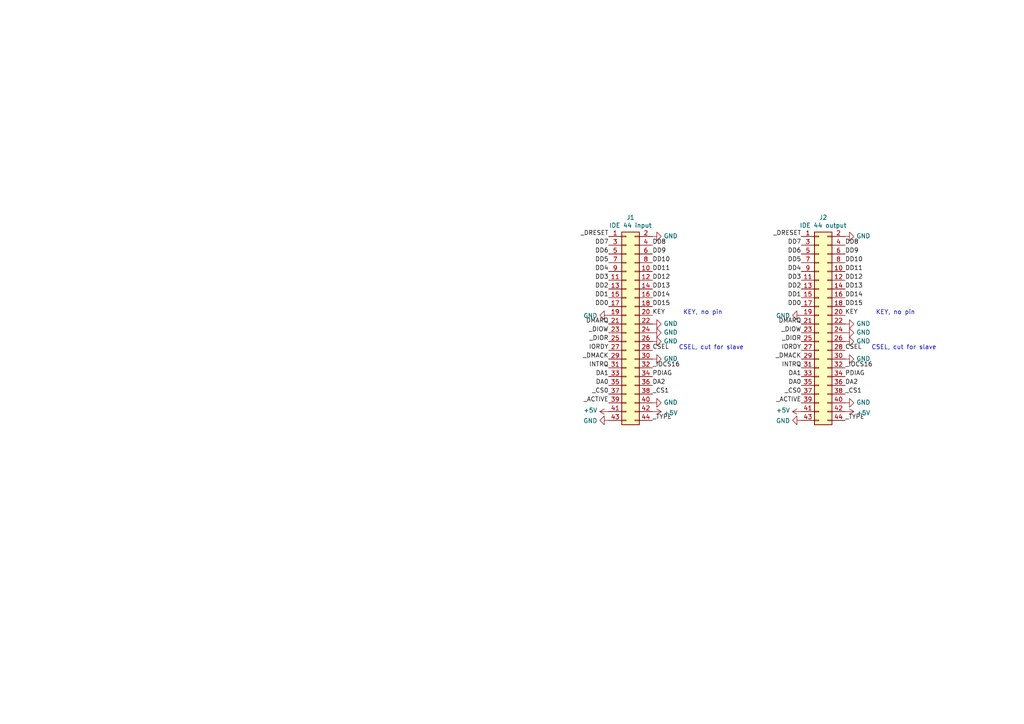
<source format=kicad_sch>
(kicad_sch (version 20211123) (generator eeschema)
  (paper "A4")
  (title_block (title "IDE44to44") (date "2020-05-07") (rev "0.1") (company "FLACO 2020") (comment 1 "male/male : Connect an IDE44 female device to an IDE44 ribbon") (comment 2 "female/female"))
  (lib_symbols
    (symbol "Connector_Generic:Conn_02x22_Odd_Even" (pin_names (offset 1.016) hide)
      (property "Reference" "J" (at 1.27 27.94 0))
      (property "Value" "Conn_02x22_Odd_Even" (at 1.27 -30.48 0))
      (symbol "Conn_02x22_Odd_Even_1_1"
        (rectangle (start -1.27 -27.813) (end 0 -28.067) (stroke (width 0.1524)))
        (rectangle (start -1.27 -25.273) (end 0 -25.527) (stroke (width 0.1524)))
        (rectangle (start -1.27 -22.733) (end 0 -22.987) (stroke (width 0.1524)))
        (rectangle (start -1.27 -20.193) (end 0 -20.447) (stroke (width 0.1524)))
        (rectangle (start -1.27 -17.653) (end 0 -17.907) (stroke (width 0.1524)))
        (rectangle (start -1.27 -15.113) (end 0 -15.367) (stroke (width 0.1524)))
        (rectangle (start -1.27 -12.573) (end 0 -12.827) (stroke (width 0.1524)))
        (rectangle (start -1.27 -10.033) (end 0 -10.287) (stroke (width 0.1524)))
        (rectangle (start -1.27 -7.493) (end 0 -7.747) (stroke (width 0.1524)))
        (rectangle (start -1.27 -4.953) (end 0 -5.207) (stroke (width 0.1524)))
        (rectangle (start -1.27 -2.413) (end 0 -2.667) (stroke (width 0.1524)))
        (rectangle (start -1.27 0.127) (end 0 -0.127) (stroke (width 0.1524)))
        (rectangle (start -1.27 2.667) (end 0 2.413) (stroke (width 0.1524)))
        (rectangle (start -1.27 5.207) (end 0 4.953) (stroke (width 0.1524)))
        (rectangle (start -1.27 7.747) (end 0 7.493) (stroke (width 0.1524)))
        (rectangle (start -1.27 10.287) (end 0 10.033) (stroke (width 0.1524)))
        (rectangle (start -1.27 12.827) (end 0 12.573) (stroke (width 0.1524)))
        (rectangle (start -1.27 15.367) (end 0 15.113) (stroke (width 0.1524)))
        (rectangle (start -1.27 17.907) (end 0 17.653) (stroke (width 0.1524)))
        (rectangle (start -1.27 20.447) (end 0 20.193) (stroke (width 0.1524)))
        (rectangle (start -1.27 22.987) (end 0 22.733) (stroke (width 0.1524)))
        (rectangle (start -1.27 25.527) (end 0 25.273) (stroke (width 0.1524)))
        (rectangle (start -1.27 26.67) (end 3.81 -29.21) (stroke (width 0.254)) (fill (type background)))
        (rectangle (start 3.81 -27.813) (end 2.54 -28.067) (stroke (width 0.1524)))
        (rectangle (start 3.81 -25.273) (end 2.54 -25.527) (stroke (width 0.1524)))
        (rectangle (start 3.81 -22.733) (end 2.54 -22.987) (stroke (width 0.1524)))
        (rectangle (start 3.81 -20.193) (end 2.54 -20.447) (stroke (width 0.1524)))
        (rectangle (start 3.81 -17.653) (end 2.54 -17.907) (stroke (width 0.1524)))
        (rectangle (start 3.81 -15.113) (end 2.54 -15.367) (stroke (width 0.1524)))
        (rectangle (start 3.81 -12.573) (end 2.54 -12.827) (stroke (width 0.1524)))
        (rectangle (start 3.81 -10.033) (end 2.54 -10.287) (stroke (width 0.1524)))
        (rectangle (start 3.81 -7.493) (end 2.54 -7.747) (stroke (width 0.1524)))
        (rectangle (start 3.81 -4.953) (end 2.54 -5.207) (stroke (width 0.1524)))
        (rectangle (start 3.81 -2.413) (end 2.54 -2.667) (stroke (width 0.1524)))
        (rectangle (start 3.81 0.127) (end 2.54 -0.127) (stroke (width 0.1524)))
        (rectangle (start 3.81 2.667) (end 2.54 2.413) (stroke (width 0.1524)))
        (rectangle (start 3.81 5.207) (end 2.54 4.953) (stroke (width 0.1524)))
        (rectangle (start 3.81 7.747) (end 2.54 7.493) (stroke (width 0.1524)))
        (rectangle (start 3.81 10.287) (end 2.54 10.033) (stroke (width 0.1524)))
        (rectangle (start 3.81 12.827) (end 2.54 12.573) (stroke (width 0.1524)))
        (rectangle (start 3.81 15.367) (end 2.54 15.113) (stroke (width 0.1524)))
        (rectangle (start 3.81 17.907) (end 2.54 17.653) (stroke (width 0.1524)))
        (rectangle (start 3.81 20.447) (end 2.54 20.193) (stroke (width 0.1524)))
        (rectangle (start 3.81 22.987) (end 2.54 22.733) (stroke (width 0.1524)))
        (rectangle (start 3.81 25.527) (end 2.54 25.273) (stroke (width 0.1524)))
        (pin passive line (at -5.08 25.4 0) (length 3.81) (name "Pin_1") (number "1"))
        (pin passive line (at 7.62 15.24 180) (length 3.81) (name "Pin_10") (number "10"))
        (pin passive line (at -5.08 12.7 0) (length 3.81) (name "Pin_11") (number "11"))
        (pin passive line (at 7.62 12.7 180) (length 3.81) (name "Pin_12") (number "12"))
        (pin passive line (at -5.08 10.16 0) (length 3.81) (name "Pin_13") (number "13"))
        (pin passive line (at 7.62 10.16 180) (length 3.81) (name "Pin_14") (number "14"))
        (pin passive line (at -5.08 7.62 0) (length 3.81) (name "Pin_15") (number "15"))
        (pin passive line (at 7.62 7.62 180) (length 3.81) (name "Pin_16") (number "16"))
        (pin passive line (at -5.08 5.08 0) (length 3.81) (name "Pin_17") (number "17"))
        (pin passive line (at 7.62 5.08 180) (length 3.81) (name "Pin_18") (number "18"))
        (pin passive line (at -5.08 2.54 0) (length 3.81) (name "Pin_19") (number "19"))
        (pin passive line (at 7.62 25.4 180) (length 3.81) (name "Pin_2") (number "2"))
        (pin passive line (at 7.62 2.54 180) (length 3.81) (name "Pin_20") (number "20"))
        (pin passive line (at -5.08 0 0) (length 3.81) (name "Pin_21") (number "21"))
        (pin passive line (at 7.62 0 180) (length 3.81) (name "Pin_22") (number "22"))
        (pin passive line (at -5.08 -2.54 0) (length 3.81) (name "Pin_23") (number "23"))
        (pin passive line (at 7.62 -2.54 180) (length 3.81) (name "Pin_24") (number "24"))
        (pin passive line (at -5.08 -5.08 0) (length 3.81) (name "Pin_25") (number "25"))
        (pin passive line (at 7.62 -5.08 180) (length 3.81) (name "Pin_26") (number "26"))
        (pin passive line (at -5.08 -7.62 0) (length 3.81) (name "Pin_27") (number "27"))
        (pin passive line (at 7.62 -7.62 180) (length 3.81) (name "Pin_28") (number "28"))
        (pin passive line (at -5.08 -10.16 0) (length 3.81) (name "Pin_29") (number "29"))
        (pin passive line (at -5.08 22.86 0) (length 3.81) (name "Pin_3") (number "3"))
        (pin passive line (at 7.62 -10.16 180) (length 3.81) (name "Pin_30") (number "30"))
        (pin passive line (at -5.08 -12.7 0) (length 3.81) (name "Pin_31") (number "31"))
        (pin passive line (at 7.62 -12.7 180) (length 3.81) (name "Pin_32") (number "32"))
        (pin passive line (at -5.08 -15.24 0) (length 3.81) (name "Pin_33") (number "33"))
        (pin passive line (at 7.62 -15.24 180) (length 3.81) (name "Pin_34") (number "34"))
        (pin passive line (at -5.08 -17.78 0) (length 3.81) (name "Pin_35") (number "35"))
        (pin passive line (at 7.62 -17.78 180) (length 3.81) (name "Pin_36") (number "36"))
        (pin passive line (at -5.08 -20.32 0) (length 3.81) (name "Pin_37") (number "37"))
        (pin passive line (at 7.62 -20.32 180) (length 3.81) (name "Pin_38") (number "38"))
        (pin passive line (at -5.08 -22.86 0) (length 3.81) (name "Pin_39") (number "39"))
        (pin passive line (at 7.62 22.86 180) (length 3.81) (name "Pin_4") (number "4"))
        (pin passive line (at 7.62 -22.86 180) (length 3.81) (name "Pin_40") (number "40"))
        (pin passive line (at -5.08 -25.4 0) (length 3.81) (name "Pin_41") (number "41"))
        (pin passive line (at 7.62 -25.4 180) (length 3.81) (name "Pin_42") (number "42"))
        (pin passive line (at -5.08 -27.94 0) (length 3.81) (name "Pin_43") (number "43"))
        (pin passive line (at 7.62 -27.94 180) (length 3.81) (name "Pin_44") (number "44"))
        (pin passive line (at -5.08 20.32 0) (length 3.81) (name "Pin_5") (number "5"))
        (pin passive line (at 7.62 20.32 180) (length 3.81) (name "Pin_6") (number "6"))
        (pin passive line (at -5.08 17.78 0) (length 3.81) (name "Pin_7") (number "7"))
        (pin passive line (at 7.62 17.78 180) (length 3.81) (name "Pin_8") (number "8"))
        (pin passive line (at -5.08 15.24 0) (length 3.81) (name "Pin_9") (number "9"))
      )
    )
    (symbol "power:+5V" (power) (pin_names (offset 0))
      (property "Value" "+5V" (at 0 3.556 0))
      (symbol "+5V_0_1"
        (polyline (pts (xy -0.762 1.27) (xy 0 2.54)))
        (polyline (pts (xy 0 0) (xy 0 2.54)))
        (polyline (pts (xy 0 2.54) (xy 0.762 1.27)))
      )
      (symbol "+5V_1_1"
        (pin power_in line (at 0 0 90) (length 0) hide (name "+5V") (number "1"))
      )
    )
    (symbol "power:GND" (power) (pin_names (offset 0))
      (property "Value" "GND" (at 0 -3.81 0))
      (symbol "GND_0_1"
        (polyline (pts (xy 0 0) (xy 0 -1.27) (xy 1.27 -1.27) (xy 0 -2.54) (xy -1.27 -1.27) (xy 0 -1.27)))
      )
      (symbol "GND_1_1"
        (pin power_in line (at 0 0 270) (length 0) hide (name "GND") (number "1"))
      )
    )
  )
  (text "KEY, no pin" (at 198.12 91.44 0) (effects (font (size 1.27 1.27)) (justify left bottom)))
  (text "KEY, no pin" (at 254 91.44 0) (effects (font (size 1.27 1.27)) (justify left bottom)))
  (text "CSEL, cut for slave" (at 252.73 101.6 0) (effects (font (size 1.27 1.27)) (justify left bottom)))
  (text "CSEL, cut for slave" (at 196.85 101.6 0) (effects (font (size 1.27 1.27)) (justify left bottom)))
  (label "KEY" (at 189.23 91.44 0))
  (label "DD2" (at 232.41 83.82 180))
  (label "DD2" (at 176.53 83.82 180))
  (label "DA2" (at 189.23 111.76 0))
  (label "DD14" (at 189.23 86.36 0))
  (label "_ACTIVE" (at 176.53 116.84 180))
  (label "DD10" (at 189.23 76.2 0))
  (label "_IOCS16" (at 189.23 106.68 0))
  (label "_DMACK" (at 232.41 104.14 180))
  (label "_DRESET" (at 232.41 68.58 180))
  (label "IORDY" (at 176.53 101.6 180))
  (label "DD4" (at 232.41 78.74 180))
  (label "_DMACK" (at 176.53 104.14 180))
  (label "_CS0" (at 232.41 114.3 180))
  (label "_TYPE" (at 189.23 121.92 0))
  (label "DD1" (at 232.41 86.36 180))
  (label "_CS1" (at 189.23 114.3 0))
  (label "INTRQ" (at 232.41 106.68 180))
  (label "DD7" (at 176.53 71.12 180))
  (label "DD8" (at 245.11 71.12 0))
  (label "DA1" (at 232.41 109.22 180))
  (label "DD0" (at 176.53 88.9 180))
  (label "_DIOR" (at 176.53 99.06 180))
  (label "DD5" (at 176.53 76.2 180))
  (label "_CS0" (at 176.53 114.3 180))
  (label "DD11" (at 245.11 78.74 0))
  (label "_ACTIVE" (at 232.41 116.84 180))
  (label "DD6" (at 176.53 73.66 180))
  (label "DD15" (at 189.23 88.9 0))
  (label "DA0" (at 232.41 111.76 180))
  (label "DD4" (at 176.53 78.74 180))
  (label "DD15" (at 245.11 88.9 0))
  (label "DD5" (at 232.41 76.2 180))
  (label "DD3" (at 176.53 81.28 180))
  (label "IORDY" (at 232.41 101.6 180))
  (label "DD10" (at 245.11 76.2 0))
  (label "DD13" (at 245.11 83.82 0))
  (label "DMARQ" (at 176.53 93.98 180))
  (label "PDIAG" (at 189.23 109.22 0))
  (label "DD9" (at 245.11 73.66 0))
  (label "_CS1" (at 245.11 114.3 0))
  (label "INTRQ" (at 176.53 106.68 180))
  (label "DD14" (at 245.11 86.36 0))
  (label "DD11" (at 189.23 78.74 0))
  (label "_DIOW" (at 232.41 96.52 180))
  (label "CSEL" (at 245.11 101.6 0))
  (label "DD8" (at 189.23 71.12 0))
  (label "DD12" (at 189.23 81.28 0))
  (label "PDIAG" (at 245.11 109.22 0))
  (label "_DIOW" (at 176.53 96.52 180))
  (label "_IOCS16" (at 245.11 106.68 0))
  (label "DD0" (at 232.41 88.9 180))
  (label "DA2" (at 245.11 111.76 0))
  (label "DD6" (at 232.41 73.66 180))
  (label "DA0" (at 176.53 111.76 180))
  (label "DD12" (at 245.11 81.28 0))
  (label "_DRESET" (at 176.53 68.58 180))
  (label "DD13" (at 189.23 83.82 0))
  (label "DMARQ" (at 232.41 93.98 180))
  (label "_TYPE" (at 245.11 121.92 0))
  (label "KEY" (at 245.11 91.44 0))
  (label "CSEL" (at 189.23 101.6 0))
  (label "DD7" (at 232.41 71.12 180))
  (label "DD3" (at 232.41 81.28 180))
  (label "_DIOR" (at 232.41 99.06 180))
  (label "DA1" (at 176.53 109.22 180))
  (label "DD9" (at 189.23 73.66 0))
  (label "DD1" (at 176.53 86.36 180))
  (symbol (lib_id "Connector_Generic:Conn_02x22_Odd_Even") (at 181.61 93.98 0) (unit 1)
    (property "Reference" "J1" (at 182.88 63.0682 0))
    (property "Value" "IDE 44 input" (at 182.88 65.3796 0))
    (property "Footprint" "Sassa:Pin_Header_2x22_Male_EdgeMount_Pitch2.00mm" (effects hide))
  )
  (symbol (lib_id "power:GND") (at 189.23 68.58 90) (unit 1)
    (property "Reference" "#PWR018" (effects hide))
    (property "Value" "GND" (at 192.4812 68.453 90) (effects (justify right)))
  )
  (symbol (lib_id "power:GND") (at 176.53 91.44 270) (unit 1)
    (property "Reference" "#PWR015" (effects hide))
    (property "Value" "GND" (at 173.2788 91.567 90) (effects (justify right)))
  )
  (symbol (lib_id "power:GND") (at 189.23 93.98 90) (unit 1)
    (property "Reference" "#PWR019" (effects hide))
    (property "Value" "GND" (at 192.4812 93.853 90) (effects (justify right)))
  )
  (symbol (lib_id "power:GND") (at 189.23 96.52 90) (unit 1)
    (property "Reference" "#PWR020" (effects hide))
    (property "Value" "GND" (at 192.4812 96.393 90) (effects (justify right)))
  )
  (symbol (lib_id "power:GND") (at 189.23 99.06 90) (unit 1)
    (property "Reference" "#PWR021" (effects hide))
    (property "Value" "GND" (at 192.4812 98.933 90) (effects (justify right)))
  )
  (symbol (lib_id "power:GND") (at 189.23 104.14 90) (unit 1)
    (property "Reference" "#PWR023" (effects hide))
    (property "Value" "GND" (at 192.4812 104.013 90) (effects (justify right)))
  )
  (symbol (lib_id "power:GND") (at 189.23 116.84 90) (unit 1)
    (property "Reference" "#PWR024" (effects hide))
    (property "Value" "GND" (at 192.4812 116.713 90) (effects (justify right)))
  )
  (symbol (lib_id "power:GND") (at 176.53 121.92 270) (unit 1)
    (property "Reference" "#PWR017" (effects hide))
    (property "Value" "GND" (at 173.2788 122.047 90) (effects (justify right)))
  )
  (symbol (lib_id "power:+5V") (at 189.23 119.38 270) (unit 1)
    (property "Reference" "#PWR025" (effects hide))
    (property "Value" "+5V" (at 192.4812 119.761 90) (effects (justify left)))
  )
  (symbol (lib_id "power:+5V") (at 176.53 119.38 90) (unit 1)
    (property "Reference" "#PWR016" (effects hide))
    (property "Value" "+5V" (at 173.2788 118.999 90) (effects (justify left)))
  )
  (symbol (lib_id "Connector_Generic:Conn_02x22_Odd_Even") (at 237.49 93.98 0) (unit 1)
    (property "Reference" "J2" (at 238.76 63.0682 0))
    (property "Value" "IDE 44 output" (at 238.76 65.3796 0))
    (property "Footprint" "Sassa:Pin_Header_2x22_Male_EdgeMount_Pitch2.00mm" (effects hide))
  )
  (symbol (lib_id "power:GND") (at 245.11 68.58 90) (unit 1)
    (property "Reference" "#PWR0101" (effects hide))
    (property "Value" "GND" (at 248.3612 68.453 90) (effects (justify right)))
  )
  (symbol (lib_id "power:GND") (at 232.41 91.44 270) (unit 1)
    (property "Reference" "#PWR0102" (effects hide))
    (property "Value" "GND" (at 229.1588 91.567 90) (effects (justify right)))
  )
  (symbol (lib_id "power:GND") (at 245.11 93.98 90) (unit 1)
    (property "Reference" "#PWR0103" (effects hide))
    (property "Value" "GND" (at 248.3612 93.853 90) (effects (justify right)))
  )
  (symbol (lib_id "power:GND") (at 245.11 96.52 90) (unit 1)
    (property "Reference" "#PWR0104" (effects hide))
    (property "Value" "GND" (at 248.3612 96.393 90) (effects (justify right)))
  )
  (symbol (lib_id "power:GND") (at 245.11 99.06 90) (unit 1)
    (property "Reference" "#PWR0105" (effects hide))
    (property "Value" "GND" (at 248.3612 98.933 90) (effects (justify right)))
  )
  (symbol (lib_id "power:GND") (at 245.11 104.14 90) (unit 1)
    (property "Reference" "#PWR0106" (effects hide))
    (property "Value" "GND" (at 248.3612 104.013 90) (effects (justify right)))
  )
  (symbol (lib_id "power:GND") (at 245.11 116.84 90) (unit 1)
    (property "Reference" "#PWR0107" (effects hide))
    (property "Value" "GND" (at 248.3612 116.713 90) (effects (justify right)))
  )
  (symbol (lib_id "power:GND") (at 232.41 121.92 270) (unit 1)
    (property "Reference" "#PWR0108" (effects hide))
    (property "Value" "GND" (at 229.1588 122.047 90) (effects (justify right)))
  )
  (symbol (lib_id "power:+5V") (at 245.11 119.38 270) (unit 1)
    (property "Reference" "#PWR0109" (effects hide))
    (property "Value" "+5V" (at 248.3612 119.761 90) (effects (justify left)))
  )
  (symbol (lib_id "power:+5V") (at 232.41 119.38 90) (unit 1)
    (property "Reference" "#PWR0110" (effects hide))
    (property "Value" "+5V" (at 229.1588 118.999 90) (effects (justify left)))
  )
)
</source>
